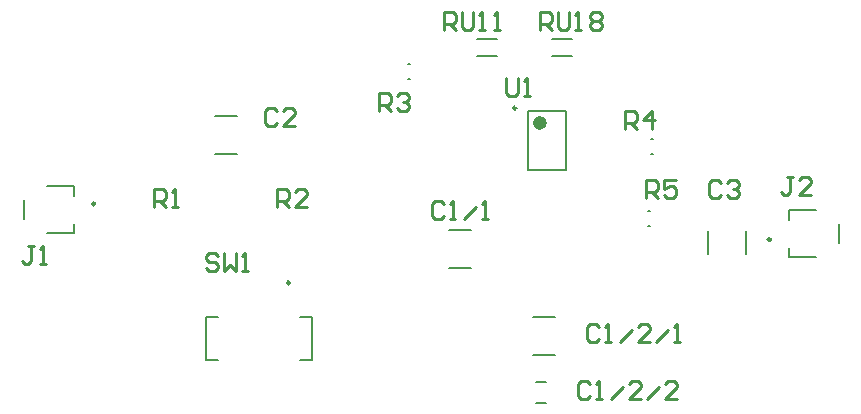
<source format=gto>
G04*
G04 #@! TF.GenerationSoftware,Altium Limited,Altium Designer,24.9.1 (31)*
G04*
G04 Layer_Color=65535*
%FSLAX44Y44*%
%MOMM*%
G71*
G04*
G04 #@! TF.SameCoordinates,7E7E1321-1AF4-471A-A2C5-3CFE501CF5BA*
G04*
G04*
G04 #@! TF.FilePolarity,Positive*
G04*
G01*
G75*
%ADD10C,0.2500*%
%ADD11C,0.6000*%
%ADD12C,0.2000*%
%ADD13C,0.2540*%
D10*
X574652Y760990D02*
G03*
X574652Y760990I-1250J0D01*
G01*
X409840Y827960D02*
G03*
X409840Y827960I-1250J0D01*
G01*
X982040Y797640D02*
G03*
X982040Y797640I-1250J0D01*
G01*
X766480Y908930D02*
G03*
X766480Y908930I-1250J0D01*
G01*
D11*
X789480Y896380D02*
G03*
X789480Y896380I-3000J0D01*
G01*
D12*
X503640Y695740D02*
Y731740D01*
X513640D01*
X503640Y695740D02*
X513640D01*
X583640Y731740D02*
X593640D01*
Y695740D02*
Y731740D01*
X583640Y695740D02*
X593640D01*
X709320Y773940D02*
X728320D01*
X709320Y805940D02*
X728320D01*
X877840Y809090D02*
X879840D01*
X877840Y821590D02*
X879840D01*
X928880Y785520D02*
Y804520D01*
X960880Y785520D02*
Y804520D01*
X783166Y676770D02*
X791634D01*
X783166Y659270D02*
X791634D01*
X780440Y700280D02*
X799440D01*
X780440Y732280D02*
X799440D01*
X796818Y967482D02*
X813542D01*
X796818Y952758D02*
X813542D01*
X733023Y967482D02*
X749748D01*
X733023Y952758D02*
X749748D01*
X674480Y933550D02*
X676480D01*
X674480Y946050D02*
X676480D01*
X511200Y902460D02*
X530200D01*
X511200Y870460D02*
X530200D01*
X369340Y842960D02*
X392090D01*
X349590Y814710D02*
Y831210D01*
X369340Y802960D02*
X392090D01*
Y811210D01*
Y834710D02*
Y842960D01*
X997290Y782640D02*
X1020040D01*
X1039790Y794390D02*
Y810890D01*
X997290Y822640D02*
X1020040D01*
X997290Y814390D02*
Y822640D01*
Y782640D02*
Y790890D01*
X880380Y882550D02*
X882380D01*
X880380Y870050D02*
X882380D01*
X776480Y856380D02*
X808480D01*
X776480Y906380D02*
X808480D01*
Y856380D02*
Y906380D01*
X776480Y856380D02*
Y906380D01*
D13*
X514347Y783840D02*
X511808Y786379D01*
X506729D01*
X504190Y783840D01*
Y781301D01*
X506729Y778762D01*
X511808D01*
X514347Y776222D01*
Y773683D01*
X511808Y771144D01*
X506729D01*
X504190Y773683D01*
X519425Y786379D02*
Y771144D01*
X524503Y776222D01*
X529582Y771144D01*
Y786379D01*
X534660Y771144D02*
X539739D01*
X537199D01*
Y786379D01*
X534660Y783840D01*
X563884Y825502D02*
Y840738D01*
X571502D01*
X574041Y838198D01*
Y833120D01*
X571502Y830581D01*
X563884D01*
X568963D02*
X574041Y825502D01*
X589276D02*
X579119D01*
X589276Y835659D01*
Y838198D01*
X586737Y840738D01*
X581658D01*
X579119Y838198D01*
X459743Y825502D02*
Y840738D01*
X467361D01*
X469900Y838198D01*
Y833120D01*
X467361Y830581D01*
X459743D01*
X464822D02*
X469900Y825502D01*
X474978D02*
X480057D01*
X477518D01*
Y840738D01*
X474978Y838198D01*
X704855Y828038D02*
X702315Y830577D01*
X697237D01*
X694698Y828038D01*
Y817882D01*
X697237Y815342D01*
X702315D01*
X704855Y817882D01*
X709933Y815342D02*
X715011D01*
X712472D01*
Y830577D01*
X709933Y828038D01*
X722629Y815342D02*
X732785Y825499D01*
X737864Y815342D02*
X742942D01*
X740403D01*
Y830577D01*
X737864Y828038D01*
X876304Y833122D02*
Y848357D01*
X883922D01*
X886461Y845818D01*
Y840740D01*
X883922Y838201D01*
X876304D01*
X881383D02*
X886461Y833122D01*
X901696Y848357D02*
X891539D01*
Y840740D01*
X896618Y843279D01*
X899157D01*
X901696Y840740D01*
Y835662D01*
X899157Y833122D01*
X894078D01*
X891539Y835662D01*
X939801Y845818D02*
X937262Y848357D01*
X932183D01*
X929644Y845818D01*
Y835662D01*
X932183Y833122D01*
X937262D01*
X939801Y835662D01*
X944879Y845818D02*
X947418Y848357D01*
X952497D01*
X955036Y845818D01*
Y843279D01*
X952497Y840740D01*
X949958D01*
X952497D01*
X955036Y838201D01*
Y835662D01*
X952497Y833122D01*
X947418D01*
X944879Y835662D01*
X829258Y675638D02*
X826719Y678177D01*
X821640D01*
X819101Y675638D01*
Y665482D01*
X821640Y662943D01*
X826719D01*
X829258Y665482D01*
X834336Y662943D02*
X839415D01*
X836875D01*
Y678177D01*
X834336Y675638D01*
X847032Y662943D02*
X857189Y673099D01*
X872424Y662943D02*
X862267D01*
X872424Y673099D01*
Y675638D01*
X869885Y678177D01*
X864806D01*
X862267Y675638D01*
X877502Y662943D02*
X887659Y673099D01*
X902894Y662943D02*
X892737D01*
X902894Y673099D01*
Y675638D01*
X900355Y678177D01*
X895276D01*
X892737Y675638D01*
X836759Y723898D02*
X834220Y726438D01*
X829142D01*
X826603Y723898D01*
Y713742D01*
X829142Y711202D01*
X834220D01*
X836759Y713742D01*
X841838Y711202D02*
X846916D01*
X844377D01*
Y726438D01*
X841838Y723898D01*
X854534Y711202D02*
X864690Y721359D01*
X879926Y711202D02*
X869769D01*
X879926Y721359D01*
Y723898D01*
X877386Y726438D01*
X872308D01*
X869769Y723898D01*
X885004Y711202D02*
X895161Y721359D01*
X900239Y711202D02*
X905317D01*
X902778D01*
Y726438D01*
X900239Y723898D01*
X786139Y975362D02*
Y990598D01*
X793756D01*
X796295Y988058D01*
Y982980D01*
X793756Y980441D01*
X786139D01*
X791217D02*
X796295Y975362D01*
X801374Y990598D02*
Y977902D01*
X803913Y975362D01*
X808991D01*
X811530Y977902D01*
Y990598D01*
X816609Y975362D02*
X821687D01*
X819148D01*
Y990598D01*
X816609Y988058D01*
X829305D02*
X831844Y990598D01*
X836922D01*
X839461Y988058D01*
Y985519D01*
X836922Y982980D01*
X839461Y980441D01*
Y977902D01*
X836922Y975362D01*
X831844D01*
X829305Y977902D01*
Y980441D01*
X831844Y982980D01*
X829305Y985519D01*
Y988058D01*
X831844Y982980D02*
X836922D01*
X704858Y975362D02*
Y990598D01*
X712475D01*
X715014Y988058D01*
Y982980D01*
X712475Y980441D01*
X704858D01*
X709936D02*
X715014Y975362D01*
X720093Y990598D02*
Y977902D01*
X722632Y975362D01*
X727710D01*
X730250Y977902D01*
Y990598D01*
X735328Y975362D02*
X740406D01*
X737867D01*
Y990598D01*
X735328Y988058D01*
X748024Y975362D02*
X753102D01*
X750563D01*
Y990598D01*
X748024Y988058D01*
X650244Y906783D02*
Y922018D01*
X657862D01*
X660401Y919478D01*
Y914400D01*
X657862Y911861D01*
X650244D01*
X655322D02*
X660401Y906783D01*
X665479Y919478D02*
X668018Y922018D01*
X673097D01*
X675636Y919478D01*
Y916939D01*
X673097Y914400D01*
X670557D01*
X673097D01*
X675636Y911861D01*
Y909322D01*
X673097Y906783D01*
X668018D01*
X665479Y909322D01*
X563881Y906778D02*
X561342Y909317D01*
X556263D01*
X553724Y906778D01*
Y896622D01*
X556263Y894082D01*
X561342D01*
X563881Y896622D01*
X579116Y894082D02*
X568959D01*
X579116Y904239D01*
Y906778D01*
X576577Y909317D01*
X571498D01*
X568959Y906778D01*
X358140Y792477D02*
X353062D01*
X355601D01*
Y779782D01*
X353062Y777243D01*
X350522D01*
X347983Y779782D01*
X363218Y777243D02*
X368297D01*
X365758D01*
Y792477D01*
X363218Y789938D01*
X1000761Y850898D02*
X995683D01*
X998222D01*
Y838202D01*
X995683Y835663D01*
X993143D01*
X990604Y838202D01*
X1015996Y835663D02*
X1005839D01*
X1015996Y845819D01*
Y848358D01*
X1013457Y850898D01*
X1008378D01*
X1005839Y848358D01*
X858524Y891543D02*
Y906777D01*
X866142D01*
X868681Y904238D01*
Y899160D01*
X866142Y896621D01*
X858524D01*
X863603D02*
X868681Y891543D01*
X881377D02*
Y906777D01*
X873759Y899160D01*
X883916D01*
X757682Y934207D02*
Y921511D01*
X760221Y918972D01*
X765300D01*
X767839Y921511D01*
Y934207D01*
X772917Y918972D02*
X777995D01*
X775456D01*
Y934207D01*
X772917Y931668D01*
M02*

</source>
